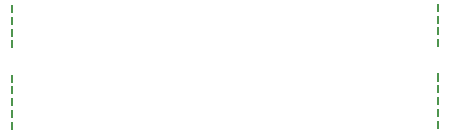
<source format=gbr>
%TF.GenerationSoftware,KiCad,Pcbnew,7.0.6-7.0.6~ubuntu22.04.1*%
%TF.CreationDate,2023-09-04T14:35:40+02:00*%
%TF.ProjectId,si-simulation-test-board,73692d73-696d-4756-9c61-74696f6e2d74,rev?*%
%TF.SameCoordinates,Original*%
%TF.FileFunction,Legend,Top*%
%TF.FilePolarity,Positive*%
%FSLAX46Y46*%
G04 Gerber Fmt 4.6, Leading zero omitted, Abs format (unit mm)*
G04 Created by KiCad (PCBNEW 7.0.6-7.0.6~ubuntu22.04.1) date 2023-09-04 14:35:40*
%MOMM*%
%LPD*%
G01*
G04 APERTURE LIST*
%ADD10C,0.150000*%
G04 APERTURE END LIST*
D10*
X137000000Y-82700000D02*
X137000000Y-82100000D01*
X100900000Y-88700000D02*
X100900000Y-88100000D01*
X137000000Y-83700000D02*
X137000000Y-83100000D01*
X137000000Y-81700000D02*
X137000000Y-81100000D01*
X100900000Y-81800000D02*
X100900000Y-81200000D01*
X137000000Y-90600000D02*
X137000000Y-90000000D01*
X137000000Y-87600000D02*
X137000000Y-87000000D01*
X100900000Y-90700000D02*
X100900000Y-90100000D01*
X137000000Y-84700000D02*
X137000000Y-84100000D01*
X137000000Y-91600000D02*
X137000000Y-91000000D01*
X137000000Y-88600000D02*
X137000000Y-88000000D01*
X100900000Y-89700000D02*
X100900000Y-89100000D01*
X137000000Y-89600000D02*
X137000000Y-89000000D01*
X100900000Y-82800000D02*
X100900000Y-82200000D01*
X100900000Y-84800000D02*
X100900000Y-84200000D01*
X100900000Y-83800000D02*
X100900000Y-83200000D01*
X100900000Y-91700000D02*
X100900000Y-91100000D01*
X100900000Y-87700000D02*
X100900000Y-87100000D01*
M02*

</source>
